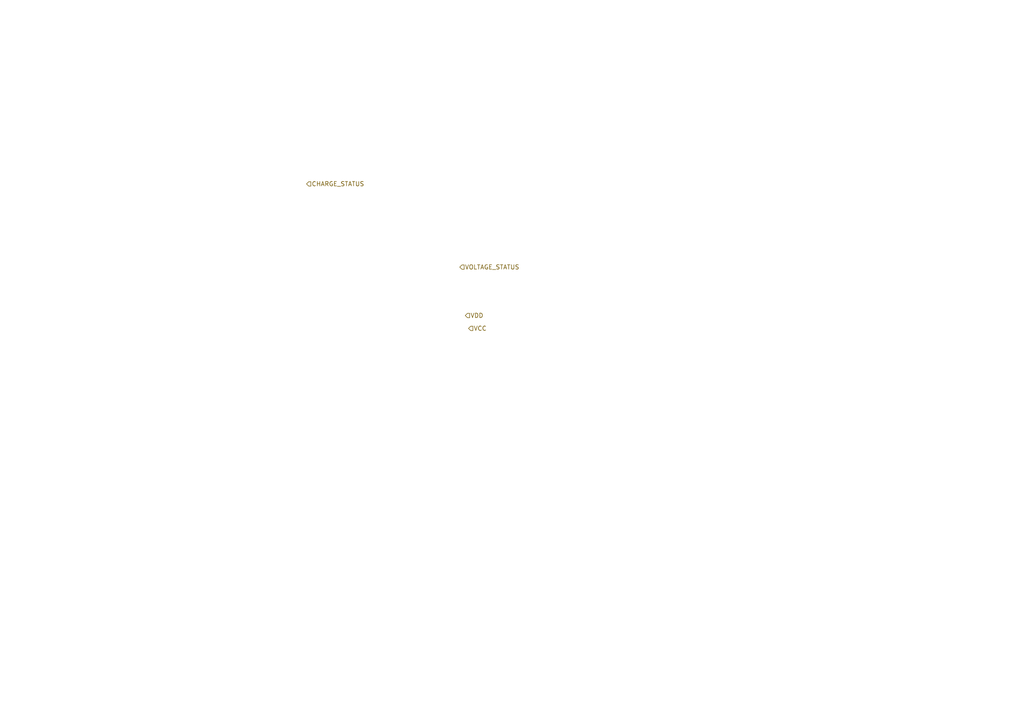
<source format=kicad_sch>
(kicad_sch (version 20211123) (generator eeschema)
  (paper "A4")
  (lib_symbols)
  (hierarchical_label "CHARGE_STATUS" (shape input) (at 88.9 53.34 0))
  (hierarchical_label "VDD" (shape input) (at 134.9465 91.5124 0))
  (hierarchical_label "VCC" (shape input) (at 135.89 95.25 0))
  (hierarchical_label "VOLTAGE_STATUS" (shape input) (at 133.35 77.47 0))
)
</source>
